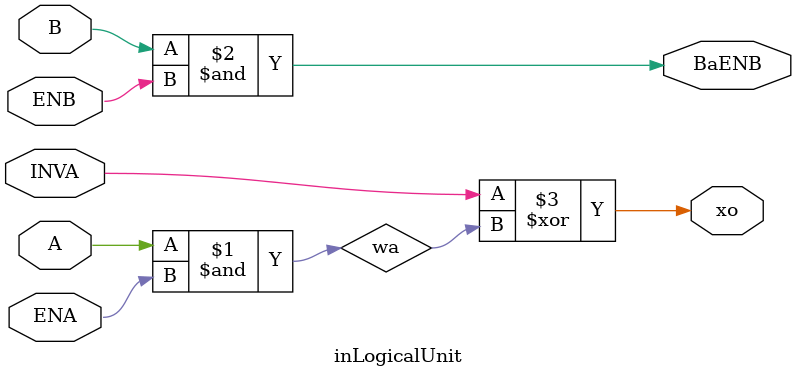
<source format=v>
module inLogicalUnit (xo, BaENB, INVA, A, ENA, B, ENB);
	input INVA, A, ENA, B, ENB;
	output xo, BaENB;
	wire wa;
	
	and and1(wa, A, ENA);
	and and2(BaENB, B, ENB);
	xor x(xo, INVA, wa);

endmodule
</source>
